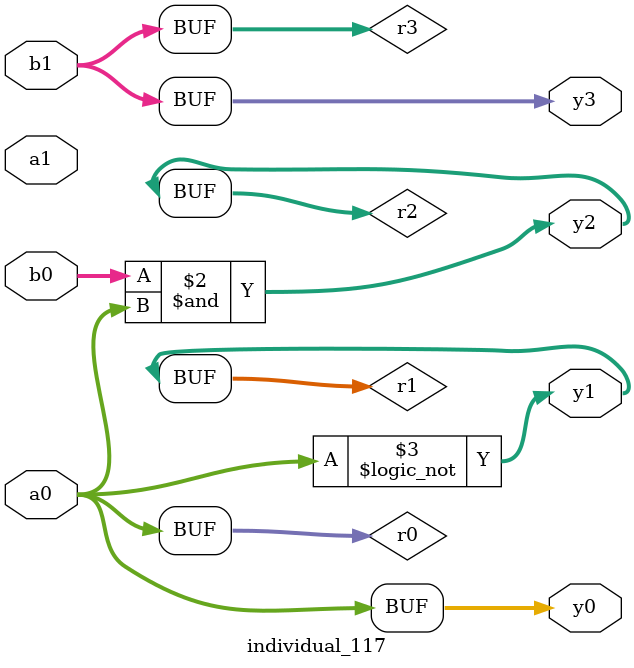
<source format=sv>
module individual_117(input logic [15:0] a1, input logic [15:0] a0, input logic [15:0] b1, input logic [15:0] b0, output logic [15:0] y3, output logic [15:0] y2, output logic [15:0] y1, output logic [15:0] y0);
logic [15:0] r0, r1, r2, r3; 
 always@(*) begin 
	 r0 = a0; r1 = a1; r2 = b0; r3 = b1; 
 	 r2  &=  r0 ;
 	 r1 = ! a0 ;
 	 y3 = r3; y2 = r2; y1 = r1; y0 = r0; 
end
endmodule
</source>
